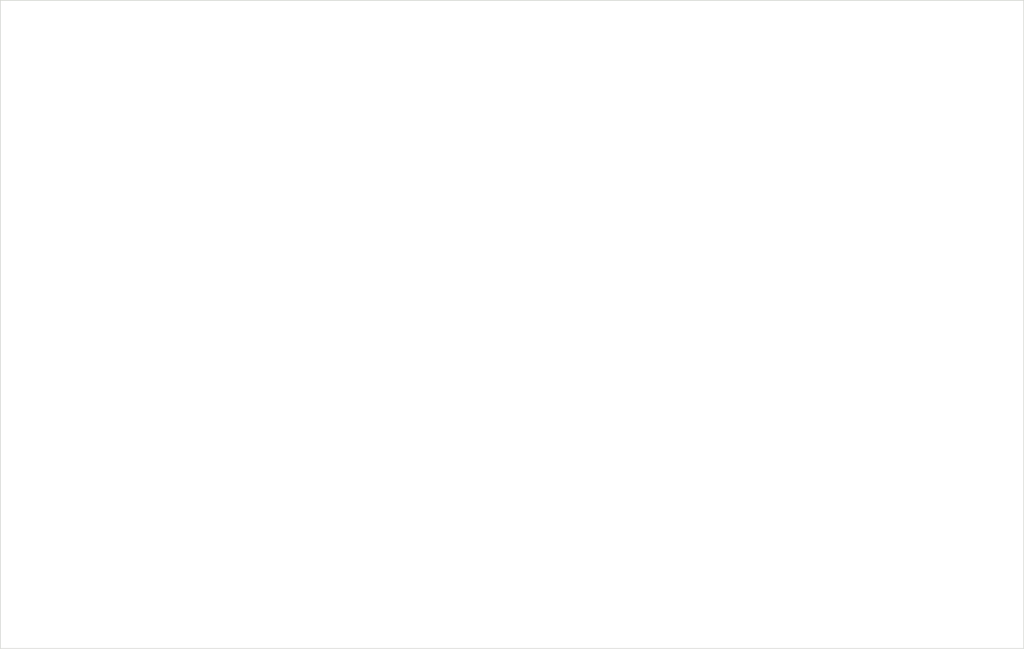
<source format=kicad_pcb>
(kicad_pcb (version 20211014) (generator pcbnew)

  (general
    (thickness 1.6)
  )

  (paper "A4")
  (layers
    (0 "F.Cu" signal)
    (31 "B.Cu" signal)
    (32 "B.Adhes" user "B.Adhesive")
    (33 "F.Adhes" user "F.Adhesive")
    (34 "B.Paste" user)
    (35 "F.Paste" user)
    (36 "B.SilkS" user "B.Silkscreen")
    (37 "F.SilkS" user "F.Silkscreen")
    (38 "B.Mask" user)
    (39 "F.Mask" user)
    (40 "Dwgs.User" user "User.Drawings")
    (41 "Cmts.User" user "User.Comments")
    (42 "Eco1.User" user "User.Eco1")
    (43 "Eco2.User" user "User.Eco2")
    (44 "Edge.Cuts" user)
    (45 "Margin" user)
    (46 "B.CrtYd" user "B.Courtyard")
    (47 "F.CrtYd" user "F.Courtyard")
    (48 "B.Fab" user)
    (49 "F.Fab" user)
    (50 "User.1" user)
    (51 "User.2" user)
    (52 "User.3" user)
    (53 "User.4" user)
    (54 "User.5" user)
    (55 "User.6" user)
    (56 "User.7" user)
    (57 "User.8" user)
    (58 "User.9" user)
  )

  (setup
    (pad_to_mask_clearance 0)
    (pcbplotparams
      (layerselection 0x00010fc_ffffffff)
      (disableapertmacros false)
      (usegerberextensions false)
      (usegerberattributes true)
      (usegerberadvancedattributes true)
      (creategerberjobfile true)
      (svguseinch false)
      (svgprecision 6)
      (excludeedgelayer true)
      (plotframeref false)
      (viasonmask false)
      (mode 1)
      (useauxorigin false)
      (hpglpennumber 1)
      (hpglpenspeed 20)
      (hpglpendiameter 15.000000)
      (dxfpolygonmode true)
      (dxfimperialunits true)
      (dxfusepcbnewfont true)
      (psnegative false)
      (psa4output false)
      (plotreference true)
      (plotvalue true)
      (plotinvisibletext false)
      (sketchpadsonfab false)
      (subtractmaskfromsilk false)
      (outputformat 1)
      (mirror false)
      (drillshape 1)
      (scaleselection 1)
      (outputdirectory "")
    )
  )

  (net 0 "")

  (gr_rect (start 71 51) (end 221 146) (layer "Edge.Cuts") (width 0.1) (fill none) (tstamp d0d80252-70a1-4863-8c87-f0cfa265d935))

  (zone (net 0) (net_name "") (layer "F.Cu") (tstamp ea3af0b3-55d2-48cb-8e0a-793a1d4c4eee) (hatch edge 0.508)
    (connect_pads (clearance 0.508))
    (min_thickness 0.254)
    (fill (thermal_gap 0.508) (thermal_bridge_width 0.508))
    (polygon
      (pts
        (xy 221 146)
        (xy 71 146)
        (xy 71 51)
        (xy 221 51)
      )
    )
  )
)

</source>
